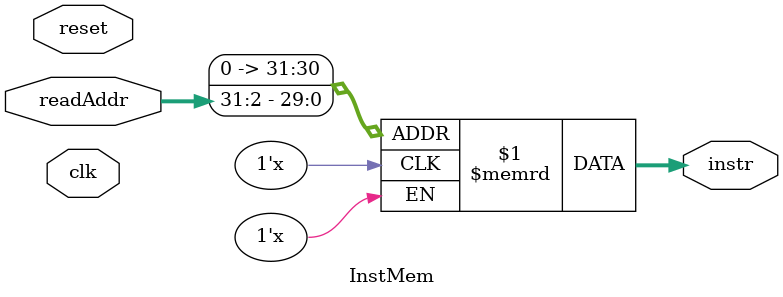
<source format=v>
`timescale 1ns / 1ps


module InstMem(
    input [31 : 0] readAddr,
    input clk,
    input reset,
    output [31 : 0] instr
    );

    reg [31:0] instMEM [0:255];//set size as 256
    reg [31:0] n;

    assign instr = instMEM[readAddr >> 2];

endmodule

</source>
